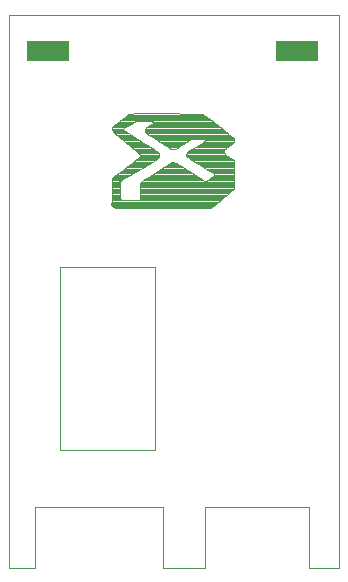
<source format=gts>
G75*
%MOIN*%
%OFA0B0*%
%FSLAX25Y25*%
%IPPOS*%
%LPD*%
%AMOC8*
5,1,8,0,0,1.08239X$1,22.5*
%
%ADD10C,0.00400*%
%ADD11R,0.14488X0.06929*%
%ADD12C,0.00394*%
D10*
X0001200Y0001200D02*
X0001200Y0185528D01*
X0111257Y0185528D01*
X0111257Y0001200D01*
X0101357Y0001200D01*
X0101357Y0021357D01*
X0066712Y0021357D01*
X0066712Y0001200D01*
X0052539Y0001200D01*
X0052539Y0021357D01*
X0010019Y0021357D01*
X0010019Y0001200D01*
X0001200Y0001200D01*
X0018208Y0040255D02*
X0018208Y0101357D01*
X0050019Y0101357D01*
X0050019Y0040255D01*
X0018208Y0040255D01*
D11*
X0014075Y0173245D03*
X0097115Y0173242D03*
D12*
X0074366Y0145836D02*
X0075592Y0144844D01*
X0076188Y0144329D01*
X0076384Y0143585D01*
X0076104Y0142891D01*
X0075488Y0142399D01*
X0073619Y0140950D01*
X0073005Y0140455D01*
X0072537Y0139861D01*
X0073067Y0139308D01*
X0073694Y0138831D01*
X0075606Y0137439D01*
X0076231Y0136958D01*
X0076265Y0136186D01*
X0076262Y0130667D01*
X0076249Y0129091D01*
X0076233Y0128302D01*
X0076184Y0127516D01*
X0075616Y0126974D01*
X0074419Y0125948D01*
X0072605Y0124431D01*
X0068959Y0121417D01*
X0068267Y0121150D01*
X0046192Y0121160D01*
X0039885Y0121182D01*
X0036732Y0121211D01*
X0036144Y0121232D01*
X0035562Y0121734D01*
X0035395Y0122495D01*
X0035409Y0123283D01*
X0035436Y0124071D01*
X0035458Y0125648D01*
X0035467Y0127224D01*
X0035471Y0130378D01*
X0035687Y0131073D01*
X0036264Y0131534D01*
X0038117Y0129745D01*
X0038094Y0128218D01*
X0038089Y0127429D01*
X0038093Y0126641D01*
X0038105Y0125853D01*
X0038157Y0124277D01*
X0038451Y0123763D01*
X0044758Y0123763D01*
X0045026Y0124278D01*
X0044999Y0126643D01*
X0044997Y0126843D01*
X0044974Y0129208D01*
X0045330Y0129831D01*
X0045982Y0130274D01*
X0047298Y0131142D01*
X0053914Y0135430D01*
X0054579Y0135854D01*
X0055278Y0136215D01*
X0056059Y0136270D01*
X0056787Y0135976D01*
X0057472Y0135586D01*
X0060155Y0133930D01*
X0064838Y0131009D01*
X0065505Y0130589D01*
X0066166Y0130159D01*
X0066905Y0130116D01*
X0067590Y0130506D01*
X0068250Y0130937D01*
X0068901Y0131382D01*
X0069535Y0131851D01*
X0069427Y0132465D01*
X0068770Y0132900D01*
X0067439Y0133745D01*
X0062746Y0136648D01*
X0061416Y0137496D01*
X0060761Y0137935D01*
X0060331Y0138570D01*
X0060477Y0139327D01*
X0061023Y0139883D01*
X0061679Y0140321D01*
X0062344Y0140743D01*
X0063014Y0141159D01*
X0065707Y0142800D01*
X0066377Y0143216D01*
X0067037Y0143647D01*
X0066779Y0144053D01*
X0065991Y0144072D01*
X0062838Y0144075D01*
X0062058Y0144045D01*
X0058716Y0141954D01*
X0058053Y0141528D01*
X0056737Y0140663D01*
X0055961Y0140588D01*
X0055200Y0140777D01*
X0054520Y0141176D01*
X0053849Y0141590D01*
X0052515Y0142431D01*
X0050524Y0143707D01*
X0049201Y0144565D01*
X0047885Y0145433D01*
X0047232Y0145875D01*
X0046634Y0146383D01*
X0046494Y0147135D01*
X0046843Y0147821D01*
X0047466Y0148303D01*
X0048795Y0149150D01*
X0049438Y0149605D01*
X0048872Y0149895D01*
X0048083Y0149913D01*
X0047295Y0149918D01*
X0043353Y0149919D01*
X0042669Y0149538D01*
X0040636Y0148330D01*
X0039964Y0147918D01*
X0039327Y0147455D01*
X0039643Y0146896D01*
X0041642Y0145632D01*
X0047651Y0141859D01*
X0049645Y0140586D01*
X0050306Y0140156D01*
X0050961Y0139719D01*
X0051345Y0139075D01*
X0051269Y0138296D01*
X0050809Y0137682D01*
X0049473Y0136845D01*
X0046790Y0135188D01*
X0038724Y0130243D01*
X0038157Y0129823D01*
X0036341Y0131595D01*
X0037544Y0132537D01*
X0043774Y0137368D01*
X0045016Y0138339D01*
X0044906Y0138981D01*
X0044328Y0139516D01*
X0043726Y0140025D01*
X0043117Y0140527D01*
X0039440Y0143502D01*
X0037607Y0144997D01*
X0036393Y0146003D01*
X0035797Y0146519D01*
X0035590Y0147257D01*
X0035690Y0148035D01*
X0036276Y0148559D01*
X0036885Y0149060D01*
X0038110Y0150053D01*
X0039962Y0151524D01*
X0040585Y0152007D01*
X0041218Y0152476D01*
X0042001Y0152530D01*
X0043577Y0152550D01*
X0045942Y0152560D01*
X0050673Y0152563D01*
X0065652Y0152539D01*
X0066316Y0152179D01*
X0071277Y0148285D01*
X0073133Y0146819D01*
X0074366Y0145836D01*
X0074252Y0145926D02*
X0047171Y0145926D01*
X0046710Y0146318D02*
X0073761Y0146318D01*
X0073269Y0146711D02*
X0046573Y0146711D01*
X0046500Y0147103D02*
X0072774Y0147103D01*
X0072277Y0147495D02*
X0046677Y0147495D01*
X0046928Y0147887D02*
X0071781Y0147887D01*
X0071284Y0148280D02*
X0047435Y0148280D01*
X0048044Y0148672D02*
X0070785Y0148672D01*
X0070285Y0149064D02*
X0048660Y0149064D01*
X0049228Y0149456D02*
X0069785Y0149456D01*
X0069286Y0149848D02*
X0048962Y0149848D01*
X0047735Y0145534D02*
X0074739Y0145534D01*
X0075223Y0145142D02*
X0048326Y0145142D01*
X0048921Y0144750D02*
X0075701Y0144750D01*
X0076155Y0144357D02*
X0049521Y0144357D01*
X0050126Y0143965D02*
X0061931Y0143965D01*
X0061304Y0143573D02*
X0050733Y0143573D01*
X0051345Y0143181D02*
X0060677Y0143181D01*
X0060050Y0142789D02*
X0051957Y0142789D01*
X0052569Y0142396D02*
X0059423Y0142396D01*
X0058796Y0142004D02*
X0053192Y0142004D01*
X0053814Y0141612D02*
X0058184Y0141612D01*
X0057584Y0141220D02*
X0054448Y0141220D01*
X0055114Y0140828D02*
X0056988Y0140828D01*
X0060464Y0139259D02*
X0073132Y0139259D01*
X0072739Y0139651D02*
X0060795Y0139651D01*
X0061263Y0140043D02*
X0072681Y0140043D01*
X0072990Y0140435D02*
X0061860Y0140435D01*
X0062480Y0140828D02*
X0073467Y0140828D01*
X0073967Y0141220D02*
X0063114Y0141220D01*
X0063758Y0141612D02*
X0074473Y0141612D01*
X0074979Y0142004D02*
X0064401Y0142004D01*
X0065045Y0142396D02*
X0075485Y0142396D01*
X0075977Y0142789D02*
X0065688Y0142789D01*
X0066321Y0143181D02*
X0076221Y0143181D01*
X0076379Y0143573D02*
X0066924Y0143573D01*
X0066835Y0143965D02*
X0076284Y0143965D01*
X0073647Y0138866D02*
X0060388Y0138866D01*
X0060396Y0138474D02*
X0074184Y0138474D01*
X0074723Y0138082D02*
X0060661Y0138082D01*
X0061126Y0137690D02*
X0075262Y0137690D01*
X0075790Y0137298D02*
X0061727Y0137298D01*
X0062342Y0136905D02*
X0076233Y0136905D01*
X0076250Y0136513D02*
X0062964Y0136513D01*
X0063598Y0136121D02*
X0076265Y0136121D01*
X0076265Y0135729D02*
X0064232Y0135729D01*
X0064866Y0135337D02*
X0076264Y0135337D01*
X0076264Y0134944D02*
X0065500Y0134944D01*
X0066134Y0134552D02*
X0076264Y0134552D01*
X0076264Y0134160D02*
X0066768Y0134160D01*
X0067402Y0133768D02*
X0076263Y0133768D01*
X0076263Y0133375D02*
X0068021Y0133375D01*
X0068639Y0132983D02*
X0076263Y0132983D01*
X0076263Y0132591D02*
X0069236Y0132591D01*
X0069474Y0132199D02*
X0076263Y0132199D01*
X0076262Y0131807D02*
X0069475Y0131807D01*
X0068945Y0131414D02*
X0076262Y0131414D01*
X0076262Y0131022D02*
X0068374Y0131022D01*
X0067779Y0130630D02*
X0076261Y0130630D01*
X0076258Y0130238D02*
X0067119Y0130238D01*
X0066045Y0130238D02*
X0045928Y0130238D01*
X0045351Y0129846D02*
X0076255Y0129846D01*
X0076252Y0129453D02*
X0045114Y0129453D01*
X0044976Y0129061D02*
X0076248Y0129061D01*
X0076240Y0128669D02*
X0044980Y0128669D01*
X0044983Y0128277D02*
X0076231Y0128277D01*
X0076207Y0127885D02*
X0044987Y0127885D01*
X0044991Y0127492D02*
X0076159Y0127492D01*
X0075748Y0127100D02*
X0044995Y0127100D01*
X0044998Y0126708D02*
X0075306Y0126708D01*
X0074848Y0126316D02*
X0045003Y0126316D01*
X0045007Y0125923D02*
X0074390Y0125923D01*
X0073921Y0125531D02*
X0045012Y0125531D01*
X0045016Y0125139D02*
X0073452Y0125139D01*
X0072983Y0124747D02*
X0045020Y0124747D01*
X0045025Y0124355D02*
X0072513Y0124355D01*
X0072039Y0123962D02*
X0044862Y0123962D01*
X0046521Y0130630D02*
X0065440Y0130630D01*
X0064817Y0131022D02*
X0047116Y0131022D01*
X0047718Y0131414D02*
X0064188Y0131414D01*
X0063560Y0131807D02*
X0048324Y0131807D01*
X0048929Y0132199D02*
X0062931Y0132199D01*
X0062302Y0132591D02*
X0049534Y0132591D01*
X0050139Y0132983D02*
X0061673Y0132983D01*
X0061044Y0133375D02*
X0050745Y0133375D01*
X0051350Y0133768D02*
X0060416Y0133768D01*
X0059783Y0134160D02*
X0051955Y0134160D01*
X0052560Y0134552D02*
X0059147Y0134552D01*
X0058512Y0134944D02*
X0053165Y0134944D01*
X0053771Y0135337D02*
X0057876Y0135337D01*
X0057221Y0135729D02*
X0054383Y0135729D01*
X0055096Y0136121D02*
X0056428Y0136121D01*
X0051286Y0138474D02*
X0044993Y0138474D01*
X0044926Y0138866D02*
X0051325Y0138866D01*
X0051236Y0139259D02*
X0044606Y0139259D01*
X0044169Y0139651D02*
X0051002Y0139651D01*
X0050475Y0140043D02*
X0043705Y0140043D01*
X0043228Y0140435D02*
X0049877Y0140435D01*
X0049267Y0140828D02*
X0042745Y0140828D01*
X0042261Y0141220D02*
X0048653Y0141220D01*
X0048039Y0141612D02*
X0041776Y0141612D01*
X0041291Y0142004D02*
X0047421Y0142004D01*
X0046796Y0142396D02*
X0040806Y0142396D01*
X0040321Y0142789D02*
X0046171Y0142789D01*
X0045546Y0143181D02*
X0039836Y0143181D01*
X0039352Y0143573D02*
X0044921Y0143573D01*
X0044297Y0143965D02*
X0038872Y0143965D01*
X0038391Y0144357D02*
X0043672Y0144357D01*
X0043047Y0144750D02*
X0037910Y0144750D01*
X0037433Y0145142D02*
X0042422Y0145142D01*
X0041797Y0145534D02*
X0036959Y0145534D01*
X0036486Y0145926D02*
X0041176Y0145926D01*
X0040556Y0146318D02*
X0036029Y0146318D01*
X0035743Y0146711D02*
X0039937Y0146711D01*
X0039527Y0147103D02*
X0035633Y0147103D01*
X0035621Y0147495D02*
X0039382Y0147495D01*
X0039922Y0147887D02*
X0035671Y0147887D01*
X0035964Y0148280D02*
X0040554Y0148280D01*
X0041211Y0148672D02*
X0036413Y0148672D01*
X0036889Y0149064D02*
X0041871Y0149064D01*
X0042531Y0149456D02*
X0037373Y0149456D01*
X0037858Y0149848D02*
X0043226Y0149848D01*
X0040848Y0152202D02*
X0066274Y0152202D01*
X0066787Y0151809D02*
X0040330Y0151809D01*
X0039828Y0151417D02*
X0067287Y0151417D01*
X0067786Y0151025D02*
X0039334Y0151025D01*
X0038841Y0150633D02*
X0068286Y0150633D01*
X0068786Y0150241D02*
X0038347Y0150241D01*
X0044687Y0138082D02*
X0051109Y0138082D01*
X0050815Y0137690D02*
X0044185Y0137690D01*
X0043683Y0137298D02*
X0050195Y0137298D01*
X0049568Y0136905D02*
X0043177Y0136905D01*
X0042671Y0136513D02*
X0048935Y0136513D01*
X0048300Y0136121D02*
X0042166Y0136121D01*
X0041660Y0135729D02*
X0047665Y0135729D01*
X0047030Y0135337D02*
X0041154Y0135337D01*
X0040648Y0134944D02*
X0046392Y0134944D01*
X0045752Y0134552D02*
X0040143Y0134552D01*
X0039637Y0134160D02*
X0045112Y0134160D01*
X0044473Y0133768D02*
X0039131Y0133768D01*
X0038626Y0133375D02*
X0043833Y0133375D01*
X0043193Y0132983D02*
X0038120Y0132983D01*
X0037614Y0132591D02*
X0042554Y0132591D01*
X0041914Y0132199D02*
X0037112Y0132199D01*
X0036611Y0131807D02*
X0041274Y0131807D01*
X0040635Y0131414D02*
X0036527Y0131414D01*
X0036388Y0131414D02*
X0036114Y0131414D01*
X0035671Y0131022D02*
X0036794Y0131022D01*
X0036929Y0131022D02*
X0039995Y0131022D01*
X0039355Y0130630D02*
X0037330Y0130630D01*
X0037200Y0130630D02*
X0035550Y0130630D01*
X0035471Y0130238D02*
X0037606Y0130238D01*
X0037732Y0130238D02*
X0038717Y0130238D01*
X0038187Y0129846D02*
X0038134Y0129846D01*
X0038013Y0129846D02*
X0035471Y0129846D01*
X0035470Y0129453D02*
X0038112Y0129453D01*
X0038107Y0129061D02*
X0035470Y0129061D01*
X0035469Y0128669D02*
X0038101Y0128669D01*
X0038095Y0128277D02*
X0035469Y0128277D01*
X0035468Y0127885D02*
X0038092Y0127885D01*
X0038089Y0127492D02*
X0035468Y0127492D01*
X0035467Y0127100D02*
X0038090Y0127100D01*
X0038092Y0126708D02*
X0035464Y0126708D01*
X0035462Y0126316D02*
X0038098Y0126316D01*
X0038104Y0125923D02*
X0035460Y0125923D01*
X0035457Y0125531D02*
X0038116Y0125531D01*
X0038129Y0125139D02*
X0035451Y0125139D01*
X0035446Y0124747D02*
X0038142Y0124747D01*
X0038155Y0124355D02*
X0035440Y0124355D01*
X0035432Y0123962D02*
X0038337Y0123962D01*
X0036568Y0121217D02*
X0068440Y0121217D01*
X0069192Y0121609D02*
X0035707Y0121609D01*
X0035503Y0122001D02*
X0069666Y0122001D01*
X0070141Y0122394D02*
X0035417Y0122394D01*
X0035400Y0122786D02*
X0070615Y0122786D01*
X0071090Y0123178D02*
X0035407Y0123178D01*
X0035419Y0123570D02*
X0071564Y0123570D01*
M02*

</source>
